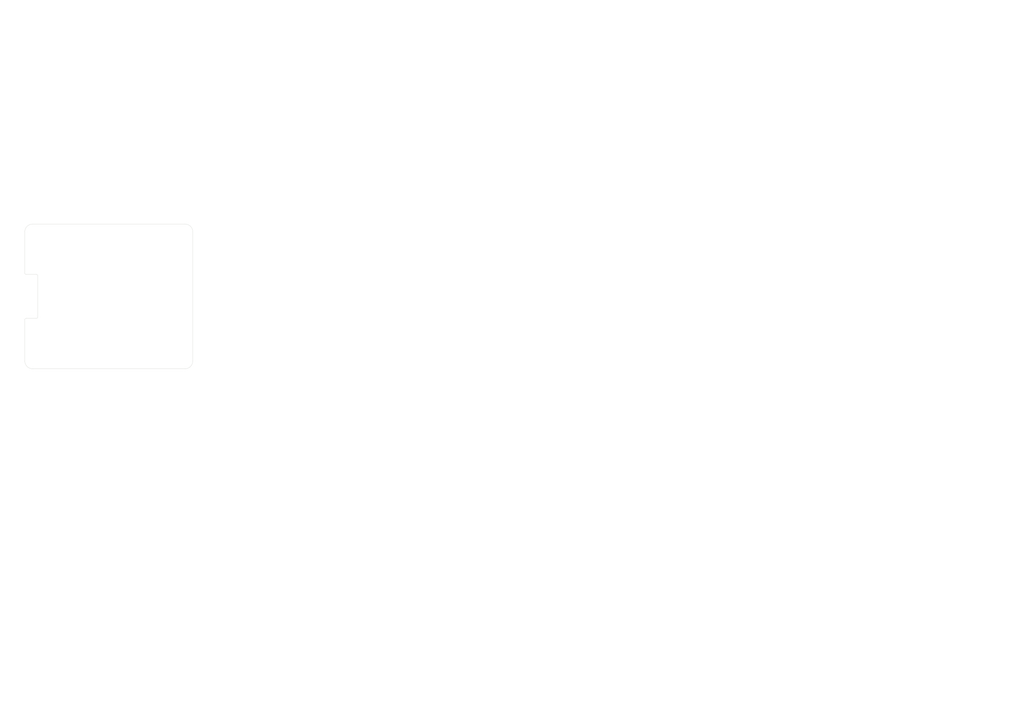
<source format=kicad_pcb>
(kicad_pcb (version 20240108) (generator "pcbnew") (generator_version "8.0")
  (title_block (date "15 nov 2012") (comment 2 "5623942657") (comment 3 "ericvann91@gmail.com") (comment 4 "Eric Vann"))
  (layers (0 "F.Cu" signal) (31 "B.Cu" signal) (34 "B.Paste" user) (35 "F.Paste" user) (36 "B.SilkS" user "B.Silkscreen") (37 "F.SilkS" user "F.Silkscreen") (38 "B.Mask" user) (39 "F.Mask" user) (44 "Edge.Cuts" user))
  (net 0 "")
  (footprint "MountingHole:MountingHole_2.7mm_M2.5" (layer "F.Cu") (at 225.5 104)
    (property "Reference" "MH2" (hide yes))
    (property "Value" "MountingHole_2.7mm_M2.5" (hide yes))
    (pad "" np_thru_hole circle (at 0 0) (size 2.7 2.7) (drill 2.7) (layers "*.Cu" "*.Mask"))
  )
  (footprint "MountingHole:MountingHole_2.7mm_M2.5" (layer "F.Cu") (at 167 153)
    (property "Reference" "MH3" (hide yes))
    (property "Value" "MountingHole_2.7mm_M2.5" (hide yes))
    (pad "" np_thru_hole circle (at 0 0) (size 2.7 2.7) (drill 2.7) (layers "*.Cu" "*.Mask"))
  )
  (footprint "MountingHole:MountingHole_2.7mm_M2.5" (layer "F.Cu") (at 167 104)
    (property "Reference" "MH1" (hide yes))
    (property "Value" "MountingHole_2.7mm_M2.5" (hide yes))
    (pad "" np_thru_hole circle (at 0 0) (size 2.7 2.7) (drill 2.7) (layers "*.Cu" "*.Mask"))
  )
  (footprint "MountingHole:MountingHole_2.7mm_M2.5" (layer "F.Cu") (at 225.5 153)
    (property "Reference" "MH4" (hide yes))
    (property "Value" "MountingHole_2.7mm_M2.5" (hide yes))
    (pad "" np_thru_hole circle (at 0 0) (size 2.7 2.7) (drill 2.7) (layers "*.Cu" "*.Mask"))
  )
  (gr_arc (start 164.11 119.73) (mid 163.756447 119.583553) (end 163.61 119.23) (stroke (width 0.1)) (layer "Edge.Cuts"))
  (gr_arc (start 225.61 100.23) (mid 227.73132 101.10868) (end 228.61 103.23) (stroke (width 0.1)) (layer "Edge.Cuts"))
  (gr_line (start 228.61 153.23) (end 228.61 103.23) (stroke (width 0.1)) (layer "Edge.Cuts"))
  (gr_line (start 163.61 103.23) (end 163.61 119.23) (stroke (width 0.1)) (layer "Edge.Cuts"))
  (gr_arc (start 166.61 156.23) (mid 164.48868 155.35132) (end 163.61 153.23) (stroke (width 0.1)) (layer "Edge.Cuts"))
  (gr_line (start 166.61 156.23) (end 225.61 156.23) (stroke (width 0.1)) (layer "Edge.Cuts"))
  (gr_line (start 168.11 136.73) (end 164.11 136.73) (stroke (width 0.1)) (layer "Edge.Cuts"))
  (gr_arc (start 163.61 137.23) (mid 163.756138 136.876755) (end 164.109127 136.730001) (stroke (width 0.1)) (layer "Edge.Cuts"))
  (gr_arc (start 228.61 153.23) (mid 227.73132 155.35132) (end 225.61 156.23) (stroke (width 0.1)) (layer "Edge.Cuts"))
  (gr_line (start 168.61 120.23) (end 168.61 136.23) (stroke (width 0.1)) (layer "Edge.Cuts"))
  (gr_arc (start 163.61 103.23) (mid 164.48868 101.10868) (end 166.61 100.23) (stroke (width 0.1)) (layer "Edge.Cuts"))
  (gr_line (start 163.61 137.23) (end 163.61 153.23) (stroke (width 0.1)) (layer "Edge.Cuts"))
  (gr_line (start 164.11 119.73) (end 168.11 119.73) (stroke (width 0.1)) (layer "Edge.Cuts"))
  (gr_arc (start 168.61 136.23) (mid 168.463553 136.583553) (end 168.11 136.73) (stroke (width 0.1)) (layer "Edge.Cuts"))
  (gr_arc (start 168.11 119.73) (mid 168.463553 119.876447) (end 168.61 120.23) (stroke (width 0.1)) (layer "Edge.Cuts"))
  (gr_line (start 225.61 100.23) (end 166.61 100.23) (stroke (width 0.1)) (layer "Edge.Cuts"))
)
</source>
